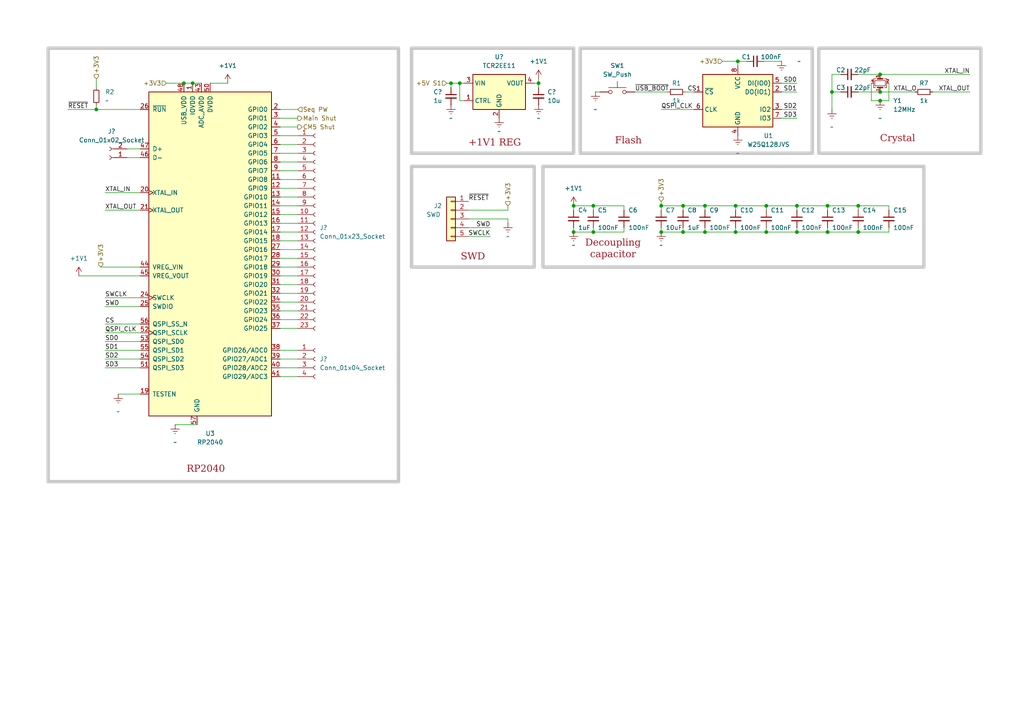
<source format=kicad_sch>
(kicad_sch (version 20250114) (generator "eeschema") (generator_version "9.0")
  (paper "A4")
  (title_block (title "RP2040 - Design Guide") (date "2021-12-07") (rev "0.1") (company "Sleepdealer"))
  (lib_symbols
    (symbol "Connector:Conn_01x02_Socket" (pin_names (offset 1.016) (hide yes))
      (property "Reference" "J" (at 0 2.54 0))
      (property "Value" "Conn_01x02_Socket" (at 0 -5.08 0))
      (symbol "Conn_01x02_Socket_1_1"
        (polyline (pts (xy -1.27 0) (xy -0.508 0)) (stroke (width 0.1524)))
        (polyline (pts (xy -1.27 -2.54) (xy -0.508 -2.54)) (stroke (width 0.1524)))
        (arc (start 0 -0.508) (mid -0.5058 0) (end 0 0.508) (stroke (width 0.1524)))
        (arc (start 0 -3.048) (mid -0.5058 -2.54) (end 0 -2.032) (stroke (width 0.1524)))
        (pin passive line (at -5.08 0 0) (length 3.81) (name "Pin_1") (number "1"))
        (pin passive line (at -5.08 -2.54 0) (length 3.81) (name "Pin_2") (number "2"))
      )
    )
    (symbol "Connector:Conn_01x04_Socket" (pin_names (offset 1.016) (hide yes))
      (property "Reference" "J" (at 0 5.08 0))
      (property "Value" "Conn_01x04_Socket" (at 0 -7.62 0))
      (symbol "Conn_01x04_Socket_1_1"
        (polyline (pts (xy -1.27 2.54) (xy -0.508 2.54)) (stroke (width 0.1524)))
        (polyline (pts (xy -1.27 0) (xy -0.508 0)) (stroke (width 0.1524)))
        (polyline (pts (xy -1.27 -2.54) (xy -0.508 -2.54)) (stroke (width 0.1524)))
        (polyline (pts (xy -1.27 -5.08) (xy -0.508 -5.08)) (stroke (width 0.1524)))
        (arc (start 0 2.032) (mid -0.5058 2.54) (end 0 3.048) (stroke (width 0.1524)))
        (arc (start 0 -0.508) (mid -0.5058 0) (end 0 0.508) (stroke (width 0.1524)))
        (arc (start 0 -3.048) (mid -0.5058 -2.54) (end 0 -2.032) (stroke (width 0.1524)))
        (arc (start 0 -5.588) (mid -0.5058 -5.08) (end 0 -4.572) (stroke (width 0.1524)))
        (pin passive line (at -5.08 2.54 0) (length 3.81) (name "Pin_1") (number "1"))
        (pin passive line (at -5.08 0 0) (length 3.81) (name "Pin_2") (number "2"))
        (pin passive line (at -5.08 -2.54 0) (length 3.81) (name "Pin_3") (number "3"))
        (pin passive line (at -5.08 -5.08 0) (length 3.81) (name "Pin_4") (number "4"))
      )
    )
    (symbol "Connector:Conn_01x23_Socket" (pin_names (offset 1.016) (hide yes))
      (property "Reference" "J" (at 0 30.48 0))
      (property "Value" "Conn_01x23_Socket" (at 0 -30.48 0))
      (symbol "Conn_01x23_Socket_1_1"
        (polyline (pts (xy -1.27 27.94) (xy -0.508 27.94)) (stroke (width 0.1524)))
        (polyline (pts (xy -1.27 25.4) (xy -0.508 25.4)) (stroke (width 0.1524)))
        (polyline (pts (xy -1.27 22.86) (xy -0.508 22.86)) (stroke (width 0.1524)))
        (polyline (pts (xy -1.27 20.32) (xy -0.508 20.32)) (stroke (width 0.1524)))
        (polyline (pts (xy -1.27 17.78) (xy -0.508 17.78)) (stroke (width 0.1524)))
        (polyline (pts (xy -1.27 15.24) (xy -0.508 15.24)) (stroke (width 0.1524)))
        (polyline (pts (xy -1.27 12.7) (xy -0.508 12.7)) (stroke (width 0.1524)))
        (polyline (pts (xy -1.27 10.16) (xy -0.508 10.16)) (stroke (width 0.1524)))
        (polyline (pts (xy -1.27 7.62) (xy -0.508 7.62)) (stroke (width 0.1524)))
        (polyline (pts (xy -1.27 5.08) (xy -0.508 5.08)) (stroke (width 0.1524)))
        (polyline (pts (xy -1.27 2.54) (xy -0.508 2.54)) (stroke (width 0.1524)))
        (polyline (pts (xy -1.27 0) (xy -0.508 0)) (stroke (width 0.1524)))
        (polyline (pts (xy -1.27 -2.54) (xy -0.508 -2.54)) (stroke (width 0.1524)))
        (polyline (pts (xy -1.27 -5.08) (xy -0.508 -5.08)) (stroke (width 0.1524)))
        (polyline (pts (xy -1.27 -7.62) (xy -0.508 -7.62)) (stroke (width 0.1524)))
        (polyline (pts (xy -1.27 -10.16) (xy -0.508 -10.16)) (stroke (width 0.1524)))
        (polyline (pts (xy -1.27 -12.7) (xy -0.508 -12.7)) (stroke (width 0.1524)))
        (polyline (pts (xy -1.27 -15.24) (xy -0.508 -15.24)) (stroke (width 0.1524)))
        (polyline (pts (xy -1.27 -17.78) (xy -0.508 -17.78)) (stroke (width 0.1524)))
        (polyline (pts (xy -1.27 -20.32) (xy -0.508 -20.32)) (stroke (width 0.1524)))
        (polyline (pts (xy -1.27 -22.86) (xy -0.508 -22.86)) (stroke (width 0.1524)))
        (polyline (pts (xy -1.27 -25.4) (xy -0.508 -25.4)) (stroke (width 0.1524)))
        (polyline (pts (xy -1.27 -27.94) (xy -0.508 -27.94)) (stroke (width 0.1524)))
        (arc (start 0 27.432) (mid -0.5058 27.94) (end 0 28.448) (stroke (width 0.1524)))
        (arc (start 0 24.892) (mid -0.5058 25.4) (end 0 25.908) (stroke (width 0.1524)))
        (arc (start 0 22.352) (mid -0.5058 22.86) (end 0 23.368) (stroke (width 0.1524)))
        (arc (start 0 19.812) (mid -0.5058 20.32) (end 0 20.828) (stroke (width 0.1524)))
        (arc (start 0 17.272) (mid -0.5058 17.78) (end 0 18.288) (stroke (width 0.1524)))
        (arc (start 0 14.732) (mid -0.5058 15.24) (end 0 15.748) (stroke (width 0.1524)))
        (arc (start 0 12.192) (mid -0.5058 12.7) (end 0 13.208) (stroke (width 0.1524)))
        (arc (start 0 9.652) (mid -0.5058 10.16) (end 0 10.668) (stroke (width 0.1524)))
        (arc (start 0 7.112) (mid -0.5058 7.62) (end 0 8.128) (stroke (width 0.1524)))
        (arc (start 0 4.572) (mid -0.5058 5.08) (end 0 5.588) (stroke (width 0.1524)))
        (arc (start 0 2.032) (mid -0.5058 2.54) (end 0 3.048) (stroke (width 0.1524)))
        (arc (start 0 -0.508) (mid -0.5058 0) (end 0 0.508) (stroke (width 0.1524)))
        (arc (start 0 -3.048) (mid -0.5058 -2.54) (end 0 -2.032) (stroke (width 0.1524)))
        (arc (start 0 -5.588) (mid -0.5058 -5.08) (end 0 -4.572) (stroke (width 0.1524)))
        (arc (start 0 -8.128) (mid -0.5058 -7.62) (end 0 -7.112) (stroke (width 0.1524)))
        (arc (start 0 -10.668) (mid -0.5058 -10.16) (end 0 -9.652) (stroke (width 0.1524)))
        (arc (start 0 -13.208) (mid -0.5058 -12.7) (end 0 -12.192) (stroke (width 0.1524)))
        (arc (start 0 -15.748) (mid -0.5058 -15.24) (end 0 -14.732) (stroke (width 0.1524)))
        (arc (start 0 -18.288) (mid -0.5058 -17.78) (end 0 -17.272) (stroke (width 0.1524)))
        (arc (start 0 -20.828) (mid -0.5058 -20.32) (end 0 -19.812) (stroke (width 0.1524)))
        (arc (start 0 -23.368) (mid -0.5058 -22.86) (end 0 -22.352) (stroke (width 0.1524)))
        (arc (start 0 -25.908) (mid -0.5058 -25.4) (end 0 -24.892) (stroke (width 0.1524)))
        (arc (start 0 -28.448) (mid -0.5058 -27.94) (end 0 -27.432) (stroke (width 0.1524)))
        (pin passive line (at -5.08 27.94 0) (length 3.81) (name "Pin_1") (number "1"))
        (pin passive line (at -5.08 25.4 0) (length 3.81) (name "Pin_2") (number "2"))
        (pin passive line (at -5.08 22.86 0) (length 3.81) (name "Pin_3") (number "3"))
        (pin passive line (at -5.08 20.32 0) (length 3.81) (name "Pin_4") (number "4"))
        (pin passive line (at -5.08 17.78 0) (length 3.81) (name "Pin_5") (number "5"))
        (pin passive line (at -5.08 15.24 0) (length 3.81) (name "Pin_6") (number "6"))
        (pin passive line (at -5.08 12.7 0) (length 3.81) (name "Pin_7") (number "7"))
        (pin passive line (at -5.08 10.16 0) (length 3.81) (name "Pin_8") (number "8"))
        (pin passive line (at -5.08 7.62 0) (length 3.81) (name "Pin_9") (number "9"))
        (pin passive line (at -5.08 5.08 0) (length 3.81) (name "Pin_10") (number "10"))
        (pin passive line (at -5.08 2.54 0) (length 3.81) (name "Pin_11") (number "11"))
        (pin passive line (at -5.08 0 0) (length 3.81) (name "Pin_12") (number "12"))
        (pin passive line (at -5.08 -2.54 0) (length 3.81) (name "Pin_13") (number "13"))
        (pin passive line (at -5.08 -5.08 0) (length 3.81) (name "Pin_14") (number "14"))
        (pin passive line (at -5.08 -7.62 0) (length 3.81) (name "Pin_15") (number "15"))
        (pin passive line (at -5.08 -10.16 0) (length 3.81) (name "Pin_16") (number "16"))
        (pin passive line (at -5.08 -12.7 0) (length 3.81) (name "Pin_17") (number "17"))
        (pin passive line (at -5.08 -15.24 0) (length 3.81) (name "Pin_18") (number "18"))
        (pin passive line (at -5.08 -17.78 0) (length 3.81) (name "Pin_19") (number "19"))
        (pin passive line (at -5.08 -20.32 0) (length 3.81) (name "Pin_20") (number "20"))
        (pin passive line (at -5.08 -22.86 0) (length 3.81) (name "Pin_21") (number "21"))
        (pin passive line (at -5.08 -25.4 0) (length 3.81) (name "Pin_22") (number "22"))
        (pin passive line (at -5.08 -27.94 0) (length 3.81) (name "Pin_23") (number "23"))
      )
    )
    (symbol "Connector_Generic:Conn_01x05" (pin_names (offset 1.016) (hide yes))
      (property "Reference" "J" (at 0 7.62 0))
      (property "Value" "Conn_01x05" (at 0 -7.62 0))
      (symbol "Conn_01x05_1_1"
        (rectangle (start -1.27 6.35) (end 1.27 -6.35) (stroke (width 0.254)) (fill (type background)))
        (rectangle (start -1.27 5.207) (end 0 4.953) (stroke (width 0.1524)))
        (rectangle (start -1.27 2.667) (end 0 2.413) (stroke (width 0.1524)))
        (rectangle (start -1.27 0.127) (end 0 -0.127) (stroke (width 0.1524)))
        (rectangle (start -1.27 -2.413) (end 0 -2.667) (stroke (width 0.1524)))
        (rectangle (start -1.27 -4.953) (end 0 -5.207) (stroke (width 0.1524)))
        (pin passive line (at -5.08 5.08 0) (length 3.81) (name "Pin_1") (number "1"))
        (pin passive line (at -5.08 2.54 0) (length 3.81) (name "Pin_2") (number "2"))
        (pin passive line (at -5.08 0 0) (length 3.81) (name "Pin_3") (number "3"))
        (pin passive line (at -5.08 -2.54 0) (length 3.81) (name "Pin_4") (number "4"))
        (pin passive line (at -5.08 -5.08 0) (length 3.81) (name "Pin_5") (number "5"))
      )
    )
    (symbol "Device:C_Small" (pin_numbers (hide yes)) (pin_names (offset 0.254) (hide yes))
      (property "Reference" "C" (at 0.254 1.778 0))
      (property "Value" "C_Small" (at 0.254 -2.032 0))
      (symbol "C_Small_0_1"
        (polyline (pts (xy -1.524 0.508) (xy 1.524 0.508)) (stroke (width 0.3048)))
        (polyline (pts (xy -1.524 -0.508) (xy 1.524 -0.508)) (stroke (width 0.3302)))
      )
      (symbol "C_Small_1_1"
        (pin passive line (at 0 2.54 270) (length 2.032) (name "~") (number "1"))
        (pin passive line (at 0 -2.54 90) (length 2.032) (name "~") (number "2"))
      )
    )
    (symbol "Device:Crystal_GND24_Small" (pin_names (offset 1.016) (hide yes))
      (property "Reference" "Y" (at 1.27 4.445 0))
      (property "Value" "Crystal_GND24_Small" (at 1.27 2.54 0))
      (symbol "Crystal_GND24_Small_0_1"
        (polyline (pts (xy -1.27 1.27) (xy -1.27 1.905) (xy 1.27 1.905) (xy 1.27 1.27)))
        (polyline (pts (xy -1.27 -0.762) (xy -1.27 0.762)) (stroke (width 0.381)))
        (polyline (pts (xy -1.27 -1.27) (xy -1.27 -1.905) (xy 1.27 -1.905) (xy 1.27 -1.27)))
        (rectangle (start -0.762 -1.524) (end 0.762 1.524))
        (polyline (pts (xy 1.27 -0.762) (xy 1.27 0.762)) (stroke (width 0.381)))
      )
      (symbol "Crystal_GND24_Small_1_1"
        (pin passive line (at -2.54 0 0) (length 1.27) (name "1") (number "1"))
        (pin passive line (at 0 2.54 270) (length 0.635) (name "4") (number "4"))
        (pin passive line (at 0 -2.54 90) (length 0.635) (name "2") (number "2"))
        (pin passive line (at 2.54 0 180) (length 1.27) (name "3") (number "3"))
      )
    )
    (symbol "Device:R_Small" (pin_numbers (hide yes)) (pin_names (offset 0.254) (hide yes))
      (property "Reference" "R" (at 0.762 0.508 0))
      (property "Value" "R_Small" (at 0.762 -1.016 0))
      (symbol "R_Small_0_1"
        (rectangle (start -0.762 1.778) (end 0.762 -1.778) (stroke (width 0.2032)))
      )
      (symbol "R_Small_1_1"
        (pin passive line (at 0 2.54 270) (length 0.762) (name "~") (number "1"))
        (pin passive line (at 0 -2.54 90) (length 0.762) (name "~") (number "2"))
      )
    )
    (symbol "Memory_Flash:W25Q128JVS"
      (property "Reference" "U" (at -8.89 8.89 0))
      (property "Value" "W25Q128JVS" (at 7.62 8.89 0))
      (symbol "W25Q128JVS_0_1"
        (rectangle (start -10.16 7.62) (end 10.16 -7.62) (stroke (width 0.254)) (fill (type background)))
      )
      (symbol "W25Q128JVS_1_1"
        (pin input line (at -12.7 2.54 0) (length 2.54) (name "~{CS}") (number "1"))
        (pin input line (at -12.7 -2.54 0) (length 2.54) (name "CLK") (number "6"))
        (pin power_in line (at 0 10.16 270) (length 2.54) (name "VCC") (number "8"))
        (pin power_in line (at 0 -10.16 90) (length 2.54) (name "GND") (number "4"))
        (pin bidirectional line (at 12.7 5.08 180) (length 2.54) (name "DI(IO0)") (number "5"))
        (pin bidirectional line (at 12.7 2.54 180) (length 2.54) (name "DO(IO1)") (number "2"))
        (pin bidirectional line (at 12.7 -2.54 180) (length 2.54) (name "IO2") (number "3"))
        (pin bidirectional line (at 12.7 -5.08 180) (length 2.54) (name "IO3") (number "7"))
      )
    )
    (symbol "Regulator_Linear:TCR2EE11"
      (property "Reference" "U6" (at 0 9.3218 0))
      (property "Value" "TCR2EE11" (at 0 7.0104 0))
      (symbol "TCR2EE11_0_1"
        (rectangle (start -7.62 -5.08) (end 7.62 5.08) (stroke (width 0.254)) (fill (type background)))
      )
      (symbol "TCR2EE11_1_1"
        (pin power_in line (at -10.16 2.54 0) (length 2.54) (name "VIN") (number "3"))
        (pin input line (at -10.16 -2.54 0) (length 2.54) (name "CTRL") (number "1"))
        (pin power_in line (at 0 -7.62 90) (length 2.54) (name "GND") (number "2"))
        (pin no_connect line (at 7.62 -2.54 180) (length 2.54) (hide yes) (name "NC") (number "5"))
        (pin power_out line (at 10.16 2.54 180) (length 2.54) (name "VOUT") (number "4"))
      )
    )
    (symbol "Sleep-lib:RP2040" (pin_names (offset 1.016))
      (property "Reference" "U" (at 8.89 51.435 0))
      (property "Value" "RP2040" (at 8.89 48.895 0))
      (symbol "RP2040_0_0"
        (rectangle (start -17.78 -45.72) (end 17.78 48.26) (stroke (width 0.254)) (fill (type background)))
      )
      (symbol "RP2040_1_1"
        (pin input line (at -20.32 43.18 0) (length 2.54) (name "~{RUN}") (number "26"))
        (pin bidirectional line (at -20.32 31.75 0) (length 2.54) (name "D+") (number "47"))
        (pin bidirectional line (at -20.32 29.21 0) (length 2.54) (name "D-") (number "46"))
        (pin input clock (at -20.32 19.05 0) (length 2.54) (name "XTAL_IN") (number "20"))
        (pin input clock (at -20.32 13.97 0) (length 2.54) (name "XTAL_OUT") (number "21"))
        (pin power_in line (at -20.32 -2.54 0) (length 2.54) (name "VREG_VIN") (number "44"))
        (pin power_out line (at -20.32 -5.08 0) (length 2.54) (name "VREG_VOUT") (number "45"))
        (pin input clock (at -20.32 -11.43 0) (length 2.54) (name "SWCLK") (number "24"))
        (pin bidirectional line (at -20.32 -13.97 0) (length 2.54) (name "SWDIO") (number "25"))
        (pin bidirectional line (at -20.32 -19.05 0) (length 2.54) (name "QSPI_SS_N") (number "56"))
        (pin input clock (at -20.32 -21.59 0) (length 2.54) (name "QSPI_SCLK") (number "52"))
        (pin bidirectional line (at -20.32 -24.13 0) (length 2.54) (name "QSPI_SD0") (number "53"))
        (pin bidirectional line (at -20.32 -26.67 0) (length 2.54) (name "QSPI_SD1") (number "55"))
        (pin bidirectional line (at -20.32 -29.21 0) (length 2.54) (name "QSPI_SD2") (number "54"))
        (pin bidirectional line (at -20.32 -31.75 0) (length 2.54) (name "QSPI_SD3") (number "51"))
        (pin input line (at -20.32 -39.37 0) (length 2.54) (name "TESTEN") (number "19"))
        (pin power_in line (at -7.62 50.8 270) (length 2.54) (name "USB_VDD") (number "48"))
        (pin power_in line (at -5.08 50.8 270) (length 2.54) (name "IOVDD") (number "1"))
        (pin power_in line (at -5.08 50.8 270) (length 2.54) (hide yes) (name "IOVDD") (number "10"))
        (pin power_in line (at -5.08 50.8 270) (length 2.54) (hide yes) (name "IOVDD") (number "22"))
        (pin power_in line (at -5.08 50.8 270) (length 2.54) (hide yes) (name "IOVDD") (number "33"))
        (pin power_in line (at -5.08 50.8 270) (length 2.54) (hide yes) (name "IOVDD") (number "42"))
        (pin power_in line (at -5.08 50.8 270) (length 2.54) (hide yes) (name "IOVDD") (number "49"))
        (pin power_in line (at -3.81 -48.26 90) (length 2.54) (name "GND") (number "57"))
        (pin power_in line (at -2.54 50.8 270) (length 2.54) (name "ADC_AVDD") (number "43"))
        (pin power_in line (at 0 50.8 270) (length 2.54) (hide yes) (name "DVDD") (number "23"))
        (pin power_in line (at 0 50.8 270) (length 2.54) (name "DVDD") (number "50"))
        (pin input line (at 20.32 43.18 180) (length 2.54) (name "GPIO0") (number "2"))
        (pin input line (at 20.32 40.64 180) (length 2.54) (name "GPIO1") (number "3"))
        (pin input line (at 20.32 38.1 180) (length 2.54) (name "GPIO2") (number "4"))
        (pin input line (at 20.32 35.56 180) (length 2.54) (name "GPIO3") (number "5"))
        (pin input line (at 20.32 33.02 180) (length 2.54) (name "GPIO4") (number "6"))
        (pin input line (at 20.32 30.48 180) (length 2.54) (name "GPIO5") (number "7"))
        (pin input line (at 20.32 27.94 180) (length 2.54) (name "GPIO6") (number "8"))
        (pin input line (at 20.32 25.4 180) (length 2.54) (name "GPIO7") (number "9"))
        (pin input line (at 20.32 22.86 180) (length 2.54) (name "GPIO8") (number "11"))
        (pin input line (at 20.32 20.32 180) (length 2.54) (name "GPIO9") (number "12"))
        (pin input line (at 20.32 17.78 180) (length 2.54) (name "GPIO10") (number "13"))
        (pin input line (at 20.32 15.24 180) (length 2.54) (name "GPIO11") (number "14"))
        (pin input line (at 20.32 12.7 180) (length 2.54) (name "GPIO12") (number "15"))
        (pin input line (at 20.32 10.16 180) (length 2.54) (name "GPIO13") (number "16"))
        (pin input line (at 20.32 7.62 180) (length 2.54) (name "GPIO14") (number "17"))
        (pin input line (at 20.32 5.08 180) (length 2.54) (name "GPIO15") (number "18"))
        (pin input line (at 20.32 2.54 180) (length 2.54) (name "GPIO16") (number "27"))
        (pin input line (at 20.32 0 180) (length 2.54) (name "GPIO17") (number "28"))
        (pin input line (at 20.32 -2.54 180) (length 2.54) (name "GPIO18") (number "29"))
        (pin input line (at 20.32 -5.08 180) (length 2.54) (name "GPIO19") (number "30"))
        (pin input line (at 20.32 -7.62 180) (length 2.54) (name "GPIO20") (number "31"))
        (pin input line (at 20.32 -10.16 180) (length 2.54) (name "GPIO21") (number "32"))
        (pin input line (at 20.32 -12.7 180) (length 2.54) (name "GPIO22") (number "34"))
        (pin input line (at 20.32 -15.24 180) (length 2.54) (name "GPIO23") (number "35"))
        (pin input line (at 20.32 -17.78 180) (length 2.54) (name "GPIO24") (number "36"))
        (pin input line (at 20.32 -20.32 180) (length 2.54) (name "GPIO25") (number "37"))
        (pin input line (at 20.32 -26.67 180) (length 2.54) (name "GPIO26/ADC0") (number "38"))
        (pin input line (at 20.32 -29.21 180) (length 2.54) (name "GPIO27/ADC1") (number "39"))
        (pin input line (at 20.32 -31.75 180) (length 2.54) (name "GPIO28/ADC2") (number "40"))
        (pin input line (at 20.32 -34.29 180) (length 2.54) (name "GPIO29/ADC3") (number "41"))
      )
    )
    (symbol "Switch:SW_Push" (pin_numbers (hide yes)) (pin_names (offset 1.016) (hide yes))
      (property "Reference" "SW" (at 1.27 2.54 0))
      (property "Value" "SW_Push" (at 0 -1.524 0))
      (symbol "SW_Push_0_1"
        (circle (center -2.032 0) (radius 0.508))
        (polyline (pts (xy 0 1.27) (xy 0 3.048)))
        (circle (center 2.032 0) (radius 0.508))
        (polyline (pts (xy 2.54 1.27) (xy -2.54 1.27)))
        (pin passive line (at -5.08 0 0) (length 2.54) (name "1") (number "1"))
        (pin passive line (at 5.08 0 180) (length 2.54) (name "2") (number "2"))
      )
    )
    (symbol "power:+1V1" (power) (pin_names (offset 0))
      (property "Value" "+1V1" (at 0 3.556 0))
      (symbol "+1V1_0_1"
        (polyline (pts (xy -0.762 1.27) (xy 0 2.54)))
        (polyline (pts (xy 0 2.54) (xy 0.762 1.27)))
        (polyline (pts (xy 0 0) (xy 0 2.54)))
      )
      (symbol "+1V1_1_1"
        (pin power_in line (at 0 0 90) (length 0) (hide yes) (name "+1V1") (number "1"))
      )
    )
    (symbol "power:Earth" (power) (pin_numbers (hide yes)) (pin_names (offset 0) (hide yes))
      (property "Value" "Earth" (at 0 -3.81 0))
      (symbol "Earth_0_1"
        (polyline (pts (xy -0.635 -1.905) (xy 0.635 -1.905)))
        (polyline (pts (xy -0.127 -2.54) (xy 0.127 -2.54)))
        (polyline (pts (xy 0 -1.27) (xy 0 0)))
        (polyline (pts (xy 1.27 -1.27) (xy -1.27 -1.27)))
      )
      (symbol "Earth_1_1"
        (pin power_in line (at 0 0 270) (length 0) (name "~") (number "1"))
      )
    )
  )
  (rectangle (start 119.38 13.97) (end 166.37 44.45) (stroke (width 1) (color 200 200 200 1)))
  (rectangle (start 157.48 48.26) (end 267.97 77.47) (stroke (width 1) (color 200 200 200 1)))
  (rectangle (start 119.38 48.26) (end 154.94 77.47) (stroke (width 1) (color 200 200 200 1)))
  (rectangle (start 237.49 13.97) (end 284.48 44.45) (stroke (width 1) (color 200 200 200 1)))
  (rectangle (start 13.97 13.97) (end 115.57 139.7) (stroke (width 1) (color 200 200 200 1)))
  (rectangle (start 168.275 13.97) (end 235.585 44.45) (stroke (width 1) (color 200 200 200 1)))
  (text_box "Decoupling capacitor" (at 162.56 67.31 0) (size 30.48 9.525) (margins 1.9049 1.9049 1.9049 1.9049) (stroke (width -0.0001)) (effects (font (size 2 2) (thickness 0.3175)) (justify bottom)))
  (text_box "RP2040" (at 45.72 129.54 0) (size 27.94 9.525) (margins 1.9049 1.9049 1.9049 1.9049) (stroke (width -0.0001)) (effects (font (size 2 2) (thickness 0.3175)) (justify bottom)))
  (text_box "Flash\n" (at 168.275 34.29 0) (size 27.94 9.525) (margins 1.9049 1.9049 1.9049 1.9049) (stroke (width -0.0001)) (effects (font (size 2 2) (thickness 0.3175)) (justify bottom)))
  (text_box "Crystal\n" (at 246.38 33.655 0) (size 27.94 9.525) (margins 1.9049 1.9049 1.9049 1.9049) (stroke (width -0.0001)) (effects (font (size 2 2) (thickness 0.3175)) (justify bottom)))
  (text_box "SWD" (at 123.19 67.945 0) (size 27.94 9.525) (margins 1.9049 1.9049 1.9049 1.9049) (stroke (width -0.0001)) (effects (font (size 2 2) (thickness 0.3175)) (justify bottom)))
  (text_box "+1V1 REG\n" (at 129.54 34.925 0) (size 27.94 9.525) (margins 1.9049 1.9049 1.9049 1.9049) (stroke (width -0.0001)) (effects (font (size 2 2) (thickness 0.3175)) (justify bottom)))
  (junction (at 255.27 29.21))
  (junction (at 255.27 26.67))
  (junction (at 55.88 24.13))
  (junction (at 204.47 67.31))
  (junction (at 222.25 67.31))
  (junction (at 222.25 59.69))
  (junction (at 231.14 67.31))
  (junction (at 27.94 31.75))
  (junction (at 240.03 59.69))
  (junction (at 231.14 59.69))
  (junction (at 240.03 67.31))
  (junction (at 213.995 17.78))
  (junction (at 191.77 59.69))
  (junction (at 198.12 59.69))
  (junction (at 130.81 24.13))
  (junction (at 204.47 59.69))
  (junction (at 172.085 59.69))
  (junction (at 166.37 59.69))
  (junction (at 241.3 26.67))
  (junction (at 133.35 24.13))
  (junction (at 198.12 67.31))
  (junction (at 156.21 24.13))
  (junction (at 213.36 59.69))
  (junction (at 53.34 24.13))
  (junction (at 213.36 67.31))
  (junction (at 248.92 67.31))
  (junction (at 172.085 67.31))
  (junction (at 248.92 59.69))
  (junction (at 166.37 67.31))
  (junction (at 255.27 21.59))
  (junction (at 191.77 67.31))
  (wire (pts (xy 86.36 82.55) (xy 81.28 82.55)))
  (wire (pts (xy 213.36 59.69) (xy 222.25 59.69)))
  (wire (pts (xy 222.25 59.69) (xy 222.25 60.96)))
  (wire (pts (xy 81.28 80.01) (xy 86.36 80.01)))
  (wire (pts (xy 156.21 22.86) (xy 156.21 24.13)))
  (wire (pts (xy 248.92 26.67) (xy 255.27 26.67)))
  (wire (pts (xy 255.27 26.67) (xy 265.43 26.67)))
  (wire (pts (xy 270.51 26.67) (xy 281.305 26.67)))
  (wire (pts (xy 198.12 66.04) (xy 198.12 67.31)))
  (wire (pts (xy 198.12 67.31) (xy 204.47 67.31)))
  (wire (pts (xy 240.03 59.69) (xy 248.92 59.69)))
  (wire (pts (xy 248.92 59.69) (xy 248.92 60.96)))
  (wire (pts (xy 231.14 59.69) (xy 240.03 59.69)))
  (wire (pts (xy 222.25 59.69) (xy 231.14 59.69)))
  (wire (pts (xy 81.28 49.53) (xy 86.36 49.53)))
  (wire (pts (xy 241.3 26.67) (xy 241.3 31.75)))
  (wire (pts (xy 86.36 106.68) (xy 81.28 106.68)))
  (wire (pts (xy 86.36 87.63) (xy 81.28 87.63)))
  (wire (pts (xy 133.35 29.21) (xy 134.62 29.21)))
  (wire (pts (xy 156.21 24.13) (xy 154.94 24.13)))
  (wire (pts (xy 36.83 43.18) (xy 40.64 43.18)))
  (wire (pts (xy 209.55 17.78) (xy 213.995 17.78)))
  (wire (pts (xy 231.14 24.13) (xy 226.695 24.13)))
  (wire (pts (xy 30.48 96.52) (xy 40.64 96.52)))
  (wire (pts (xy 172.085 67.31) (xy 180.975 67.31)))
  (wire (pts (xy 231.14 31.75) (xy 226.695 31.75)))
  (wire (pts (xy 252.73 24.13) (xy 252.73 29.21)))
  (wire (pts (xy 252.73 29.21) (xy 255.27 29.21)))
  (wire (pts (xy 147.32 63.5) (xy 135.89 63.5)))
  (wire (pts (xy 60.96 24.13) (xy 66.04 24.13)))
  (wire (pts (xy 86.36 109.22) (xy 81.28 109.22)))
  (wire (pts (xy 172.085 66.04) (xy 172.085 67.31)))
  (wire (pts (xy 191.77 59.69) (xy 191.77 58.42)))
  (wire (pts (xy 135.89 60.96) (xy 147.32 60.96)))
  (wire (pts (xy 231.14 26.67) (xy 226.695 26.67)))
  (wire (pts (xy 53.34 24.13) (xy 55.88 24.13)))
  (wire (pts (xy 48.26 24.13) (xy 53.34 24.13)))
  (wire (pts (xy 55.88 24.13) (xy 58.42 24.13)))
  (wire (pts (xy 191.77 59.69) (xy 198.12 59.69)))
  (wire (pts (xy 257.81 29.21) (xy 255.27 29.21)))
  (wire (pts (xy 257.81 24.13) (xy 257.81 29.21)))
  (wire (pts (xy 30.48 106.68) (xy 40.64 106.68)))
  (wire (pts (xy 81.28 64.77) (xy 86.36 64.77)))
  (wire (pts (xy 241.3 26.67) (xy 243.84 26.67)))
  (wire (pts (xy 243.84 21.59) (xy 241.3 21.59)))
  (wire (pts (xy 241.3 21.59) (xy 241.3 26.67)))
  (wire (pts (xy 81.28 36.83) (xy 86.36 36.83)))
  (wire (pts (xy 30.48 93.98) (xy 40.64 93.98)))
  (wire (pts (xy 198.12 59.69) (xy 198.12 60.96)))
  (wire (pts (xy 50.8 123.19) (xy 57.15 123.19)))
  (wire (pts (xy 191.77 31.75) (xy 201.295 31.75)))
  (wire (pts (xy 29.21 77.47) (xy 40.64 77.47)))
  (wire (pts (xy 81.28 41.91) (xy 86.36 41.91)))
  (wire (pts (xy 81.28 72.39) (xy 86.36 72.39)))
  (wire (pts (xy 34.29 114.3) (xy 40.64 114.3)))
  (wire (pts (xy 142.24 66.04) (xy 135.89 66.04)))
  (wire (pts (xy 213.36 67.31) (xy 222.25 67.31)))
  (wire (pts (xy 222.25 67.31) (xy 222.25 66.04)))
  (wire (pts (xy 221.615 17.78) (xy 226.695 17.78)))
  (wire (pts (xy 30.48 88.9) (xy 40.64 88.9)))
  (wire (pts (xy 147.32 63.5) (xy 147.32 64.77)))
  (wire (pts (xy 134.62 24.13) (xy 133.35 24.13)))
  (wire (pts (xy 30.48 60.96) (xy 40.64 60.96)))
  (wire (pts (xy 231.14 59.69) (xy 231.14 60.96)))
  (wire (pts (xy 86.36 90.17) (xy 81.28 90.17)))
  (wire (pts (xy 81.28 77.47) (xy 86.36 77.47)))
  (wire (pts (xy 130.81 24.13) (xy 133.35 24.13)))
  (wire (pts (xy 147.32 59.69) (xy 147.32 60.96)))
  (wire (pts (xy 172.72 26.67) (xy 173.99 26.67)))
  (wire (pts (xy 231.14 66.04) (xy 231.14 67.31)))
  (wire (pts (xy 204.47 66.04) (xy 204.47 67.31)))
  (wire (pts (xy 30.48 86.36) (xy 40.64 86.36)))
  (wire (pts (xy 81.28 62.23) (xy 86.36 62.23)))
  (wire (pts (xy 180.975 67.31) (xy 180.975 66.04)))
  (wire (pts (xy 248.92 59.69) (xy 257.81 59.69)))
  (wire (pts (xy 257.81 59.69) (xy 257.81 60.96)))
  (wire (pts (xy 166.37 67.31) (xy 172.085 67.31)))
  (wire (pts (xy 30.48 101.6) (xy 40.64 101.6)))
  (wire (pts (xy 81.28 31.75) (xy 86.36 31.75)))
  (wire (pts (xy 86.36 101.6) (xy 81.28 101.6)))
  (wire (pts (xy 81.28 39.37) (xy 86.36 39.37)))
  (wire (pts (xy 204.47 59.69) (xy 204.47 60.96)))
  (wire (pts (xy 156.21 25.4) (xy 156.21 24.13)))
  (wire (pts (xy 213.36 67.31) (xy 213.36 66.04)))
  (wire (pts (xy 133.35 24.13) (xy 133.35 29.21)))
  (wire (pts (xy 240.03 59.69) (xy 240.03 60.96)))
  (wire (pts (xy 213.36 59.69) (xy 213.36 60.96)))
  (wire (pts (xy 231.14 34.29) (xy 226.695 34.29)))
  (wire (pts (xy 204.47 59.69) (xy 213.36 59.69)))
  (wire (pts (xy 213.995 17.78) (xy 213.995 19.05)))
  (wire (pts (xy 240.03 67.31) (xy 248.92 67.31)))
  (wire (pts (xy 231.14 67.31) (xy 240.03 67.31)))
  (wire (pts (xy 248.92 67.31) (xy 248.92 66.04)))
  (wire (pts (xy 222.25 67.31) (xy 231.14 67.31)))
  (wire (pts (xy 81.28 46.99) (xy 86.36 46.99)))
  (wire (pts (xy 27.94 30.48) (xy 27.94 31.75)))
  (wire (pts (xy 180.975 59.69) (xy 180.975 60.96)))
  (wire (pts (xy 240.03 66.04) (xy 240.03 67.31)))
  (wire (pts (xy 166.37 66.04) (xy 166.37 67.31)))
  (wire (pts (xy 172.085 59.69) (xy 172.085 60.96)))
  (wire (pts (xy 40.64 80.01) (xy 22.86 80.01)))
  (wire (pts (xy 191.77 66.04) (xy 191.77 67.31)))
  (wire (pts (xy 191.77 67.31) (xy 198.12 67.31)))
  (wire (pts (xy 86.36 104.14) (xy 81.28 104.14)))
  (wire (pts (xy 198.12 59.69) (xy 204.47 59.69)))
  (wire (pts (xy 81.28 74.93) (xy 86.36 74.93)))
  (wire (pts (xy 81.28 67.31) (xy 86.36 67.31)))
  (wire (pts (xy 81.28 44.45) (xy 86.36 44.45)))
  (wire (pts (xy 257.81 67.31) (xy 257.81 66.04)))
  (wire (pts (xy 248.92 67.31) (xy 257.81 67.31)))
  (wire (pts (xy 204.47 67.31) (xy 213.36 67.31)))
  (wire (pts (xy 30.48 99.06) (xy 40.64 99.06)))
  (wire (pts (xy 81.28 69.85) (xy 86.36 69.85)))
  (wire (pts (xy 19.685 31.75) (xy 27.94 31.75)))
  (wire (pts (xy 27.94 31.75) (xy 40.64 31.75)))
  (wire (pts (xy 184.15 26.67) (xy 193.675 26.67)))
  (wire (pts (xy 198.755 26.67) (xy 201.295 26.67)))
  (wire (pts (xy 142.24 68.58) (xy 135.89 68.58)))
  (wire (pts (xy 213.995 17.78) (xy 216.535 17.78)))
  (wire (pts (xy 86.36 85.09) (xy 81.28 85.09)))
  (wire (pts (xy 30.48 104.14) (xy 40.64 104.14)))
  (wire (pts (xy 130.81 25.4) (xy 130.81 24.13)))
  (wire (pts (xy 248.92 21.59) (xy 255.27 21.59)))
  (wire (pts (xy 81.28 57.15) (xy 86.36 57.15)))
  (wire (pts (xy 129.54 24.13) (xy 130.81 24.13)))
  (wire (pts (xy 172.085 59.69) (xy 166.37 59.69)))
  (wire (pts (xy 172.085 59.69) (xy 180.975 59.69)))
  (wire (pts (xy 166.37 59.69) (xy 166.37 60.96)))
  (wire (pts (xy 81.28 34.29) (xy 86.36 34.29)))
  (wire (pts (xy 86.36 95.25) (xy 81.28 95.25)))
  (wire (pts (xy 191.77 60.96) (xy 191.77 59.69)))
  (wire (pts (xy 81.28 59.69) (xy 86.36 59.69)))
  (wire (pts (xy 30.48 55.88) (xy 40.64 55.88)))
  (wire (pts (xy 81.28 54.61) (xy 86.36 54.61)))
  (wire (pts (xy 86.36 92.71) (xy 81.28 92.71)))
  (wire (pts (xy 36.83 45.72) (xy 40.64 45.72)))
  (wire (pts (xy 255.27 21.59) (xy 281.305 21.59)))
  (wire (pts (xy 81.28 52.07) (xy 86.36 52.07)))
  (wire (pts (xy 27.94 22.86) (xy 27.94 25.4)))
  (label "XTAL_IN" (at 30.48 55.88 0))
  (label "SD2" (at 30.48 104.14 0))
  (label "~{RESET}" (at 135.89 58.42 0))
  (label "QSPI_CLK" (at 30.48 96.52 0))
  (label "~{RESET}" (at 19.685 31.75 0))
  (label "SWCLK" (at 30.48 86.36 0))
  (label "SD0" (at 30.48 99.06 0))
  (label "SD3" (at 231.14 34.29 180))
  (label "XTAL_IN" (at 281.305 21.59 180))
  (label "SD1" (at 231.14 26.67 180))
  (label "SWCLK" (at 142.24 68.58 180))
  (label "SD2" (at 231.14 31.75 180))
  (label "SWD" (at 142.24 66.04 180))
  (label "XTAL_O" (at 259.08 26.67 0))
  (label "XTAL_OUT" (at 30.48 60.96 0))
  (label "SD1" (at 30.48 101.6 0))
  (label "SD3" (at 30.48 106.68 0))
  (label "~{USB_BOOT}" (at 184.15 26.67 0))
  (label "SD0" (at 231.14 24.13 180))
  (label "XTAL_OUT" (at 281.305 26.67 180))
  (label "SWD" (at 30.48 88.9 0))
  (label "CS" (at 30.48 93.98 0))
  (label "QSPI_CLK" (at 191.77 31.75 0))
  (label "CS" (at 199.39 26.67 0))
  (hierarchical_label "Main Shut" (shape output) (at 86.36 34.29 0))
  (hierarchical_label "+3V3" (shape input) (at 191.77 58.42 90))
  (hierarchical_label "Seq PW" (shape input) (at 86.36 31.75 0))
  (hierarchical_label "+3V3" (shape input) (at 27.94 22.86 90))
  (hierarchical_label "+3V3" (shape input) (at 209.55 17.78 180))
  (hierarchical_label "CM5 Shut" (shape output) (at 86.36 36.83 0))
  (hierarchical_label "+3V3" (shape input) (at 48.26 24.13 180))
  (hierarchical_label "+5V S1" (shape input) (at 129.54 24.13 180))
  (hierarchical_label "+3V3" (shape input) (at 147.32 59.69 90))
  (hierarchical_label "+3V3" (shape input) (at 29.21 77.47 90))
  (symbol (lib_id "Device:C_Small") (at 156.21 27.94 0) (unit 1)
    (property "Reference" "C?" (at 158.75 26.6762 0) (effects (justify left)))
    (property "Value" "10u" (at 158.75 29.2162 0) (effects (justify left)))
    (property "Description" "Unpolarized capacitor, small symbol" (effects (hide yes)))
  )
  (symbol (lib_id "Device:C_Small") (at 231.14 63.5 0) (unit 1)
    (property "Reference" "C12" (at 232.41 60.9599 0) (effects (justify left)))
    (property "Value" "100nF" (at 232.41 66.0399 0) (effects (justify left)))
    (property "Footprint" "Capacitor_SMD:C_0402_1005Metric" (effects (hide yes)))
    (property "LCSC" "C1525" (effects (hide yes)))
  )
  (symbol (lib_id "Sleep-lib:RP2040") (at 60.96 74.93 0) (unit 1)
    (property "Reference" "U3" (at 60.96 125.73 0))
    (property "Value" "RP2040" (at 60.96 128.27 0))
    (property "Footprint" "Sleep-Lib:RP2040-QFN-56" (effects (hide yes)))
    (property "Datasheet" "https://datasheets.raspberrypi.com/rp2040/rp2040-datasheet.pdf" (effects (hide yes)))
    (property "LCSC" "C2040" (effects (hide yes)))
  )
  (symbol (lib_id "power:Earth") (at 147.32 64.77 0) (mirror y) (unit 1)
    (property "Reference" "#PWR0168" (effects (hide yes)))
    (property "Value" "~" (at 147.32 68.58 0))
    (property "Description" "Power symbol creates a global label with name \"Earth\"" (effects (hide yes)))
  )
  (symbol (lib_id "Device:C_Small") (at 191.77 63.5 0) (unit 1)
    (property "Reference" "C7" (at 193.04 60.9599 0) (effects (justify left)))
    (property "Value" "10uF" (at 193.04 66.0399 0) (effects (justify left)))
    (property "Footprint" "Capacitor_SMD:C_0402_1005Metric" (effects (hide yes)))
    (property "LCSC" "C15525" (effects (hide yes)))
  )
  (symbol (lib_id "power:Earth") (at 255.27 29.21 0) (unit 1)
    (property "Reference" "#PWR013" (effects (hide yes)))
    (property "Value" "~" (at 255.27 34.29 0))
    (property "Description" "Power symbol creates a global label with name \"Earth\"" (effects (hide yes)))
  )
  (symbol (lib_id "power:Earth") (at 156.21 30.48 0) (mirror y) (unit 1)
    (property "Reference" "#PWR0167" (effects (hide yes)))
    (property "Value" "~" (at 156.21 34.29 0))
    (property "Description" "Power symbol creates a global label with name \"Earth\"" (effects (hide yes)))
  )
  (symbol (lib_id "Device:C_Small") (at 257.81 63.5 0) (unit 1)
    (property "Reference" "C15" (at 259.08 60.9599 0) (effects (justify left)))
    (property "Value" "100nF" (at 259.08 66.0399 0) (effects (justify left)))
    (property "Footprint" "Capacitor_SMD:C_0402_1005Metric" (effects (hide yes)))
    (property "LCSC" "C1525" (effects (hide yes)))
  )
  (symbol (lib_id "power:Earth") (at 50.8 123.19 0) (unit 1)
    (property "Reference" "#PWR032" (effects (hide yes)))
    (property "Value" "~" (at 50.8 128.27 0))
    (property "Description" "Power symbol creates a global label with name \"Earth\"" (effects (hide yes)))
  )
  (symbol (lib_id "power:Earth") (at 213.995 39.37 0) (unit 1)
    (property "Reference" "#PWR011" (effects (hide yes)))
    (property "Value" "~" (at 213.995 44.45 0))
    (property "Description" "Power symbol creates a global label with name \"Earth\"" (effects (hide yes)))
  )
  (symbol (lib_id "Switch:SW_Push") (at 179.07 26.67 0) (unit 1) (in_bom no)
    (property "Reference" "SW1" (at 179.07 19.05 0))
    (property "Value" "SW_Push" (at 179.07 21.59 0))
    (property "Footprint" "Connector_PinSocket_2.54mm:PinSocket_1x02_P2.54mm_Vertical" (effects (hide yes)))
  )
  (symbol (lib_id "Device:C_Small") (at 166.37 63.5 0) (unit 1)
    (property "Reference" "C4" (at 167.64 60.9599 0) (effects (justify left)))
    (property "Value" "1uF" (at 167.64 66.0399 0) (effects (justify left)))
    (property "Footprint" "Capacitor_SMD:C_0402_1005Metric" (effects (hide yes)))
    (property "LCSC" "C52923" (effects (hide yes)))
  )
  (symbol (lib_id "Device:C_Small") (at 219.075 17.78 90) (unit 1)
    (property "Reference" "C1" (at 217.8049 16.51 90) (effects (justify left)))
    (property "Value" "100nF" (at 226.6949 16.51 90) (effects (justify left)))
    (property "Footprint" "Capacitor_SMD:C_0402_1005Metric" (effects (hide yes)))
    (property "LCSC" "C1525" (effects (hide yes)))
  )
  (symbol (lib_id "Device:R_Small") (at 27.94 27.94 0) (unit 1)
    (property "Reference" "R2" (at 30.48 26.6699 0) (effects (justify left)))
    (property "Value" "~" (at 30.48 29.2099 0) (effects (justify left)))
    (property "LCSC" "C11702" (effects (hide yes)))
  )
  (symbol (lib_id "Device:C_Small") (at 246.38 26.67 90) (unit 1)
    (property "Reference" "C3" (at 243.84 25.4 90))
    (property "Value" "22pF" (at 250.19 25.4 90))
    (property "Footprint" "Capacitor_SMD:C_0402_1005Metric" (effects (hide yes)))
    (property "LCSC" "C1555" (effects (hide yes)))
  )
  (symbol (lib_id "Connector_Generic:Conn_01x05") (at 130.81 63.5 0) (mirror y) (unit 1) (in_bom no)
    (property "Reference" "J2" (at 127 59.69 0))
    (property "Value" "SWD" (at 125.73 62.23 0))
    (property "Footprint" "Connector_PinSocket_2.54mm:PinSocket_1x05_P2.54mm_Vertical" (effects (hide yes)))
  )
  (symbol (lib_id "power:Earth") (at 241.3 31.75 0) (unit 1)
    (property "Reference" "#PWR016" (effects (hide yes)))
    (property "Value" "~" (at 241.3 36.83 0))
    (property "Description" "Power symbol creates a global label with name \"Earth\"" (effects (hide yes)))
  )
  (symbol (lib_id "Device:C_Small") (at 248.92 63.5 0) (unit 1)
    (property "Reference" "C14" (at 250.19 60.9599 0) (effects (justify left)))
    (property "Value" "100nF" (at 250.19 66.0399 0) (effects (justify left)))
    (property "Footprint" "Capacitor_SMD:C_0402_1005Metric" (effects (hide yes)))
    (property "LCSC" "C1525" (effects (hide yes)))
  )
  (symbol (lib_id "power:+1V1") (at 22.86 80.01 0) (unit 1)
    (property "Reference" "#PWR018" (effects (hide yes)))
    (property "Value" "+1V1" (at 22.86 74.93 0))
  )
  (symbol (lib_id "Device:C_Small") (at 198.12 63.5 0) (unit 1)
    (property "Reference" "C8" (at 199.39 60.9599 0) (effects (justify left)))
    (property "Value" "1uF" (at 199.39 66.0399 0) (effects (justify left)))
    (property "Footprint" "Capacitor_SMD:C_0402_1005Metric" (effects (hide yes)))
    (property "LCSC" "C52923" (effects (hide yes)))
  )
  (symbol (lib_id "Connector:Conn_01x02_Socket") (at 31.75 45.72 180) (unit 1)
    (property "Reference" "J?" (at 32.385 38.1 0))
    (property "Value" "Conn_01x02_Socket" (at 32.385 40.64 0))
    (property "Description" "Generic connector, single row, 01x02, script generated" (effects (hide yes)))
  )
  (symbol (lib_id "power:Earth") (at 226.695 17.78 0) (unit 1)
    (property "Reference" "#PWR02" (effects (hide yes)))
    (property "Value" "~" (at 231.775 17.78 0))
    (property "Description" "Power symbol creates a global label with name \"Earth\"" (effects (hide yes)))
  )
  (symbol (lib_id "Device:C_Small") (at 246.38 21.59 90) (unit 1)
    (property "Reference" "C2" (at 243.84 20.32 90))
    (property "Value" "22pF" (at 250.19 20.32 90))
    (property "Footprint" "Capacitor_SMD:C_0402_1005Metric" (effects (hide yes)))
    (property "LCSC" "C1555" (effects (hide yes)))
  )
  (symbol (lib_id "Device:C_Small") (at 222.25 63.5 0) (unit 1)
    (property "Reference" "C11" (at 223.52 60.9599 0) (effects (justify left)))
    (property "Value" "100nF" (at 223.52 66.0399 0) (effects (justify left)))
    (property "Footprint" "Capacitor_SMD:C_0402_1005Metric" (effects (hide yes)))
    (property "LCSC" "C1525" (effects (hide yes)))
  )
  (symbol (lib_id "power:+1V1") (at 156.21 22.86 0) (unit 1)
    (property "Reference" "#PWR0161" (effects (hide yes)))
    (property "Value" "+1V1" (at 156.21 17.78 0))
  )
  (symbol (lib_id "power:Earth") (at 130.81 30.48 0) (mirror y) (unit 1)
    (property "Reference" "#PWR0166" (effects (hide yes)))
    (property "Value" "~" (at 130.81 34.29 0))
    (property "Description" "Power symbol creates a global label with name \"Earth\"" (effects (hide yes)))
  )
  (symbol (lib_id "power:Earth") (at 144.78 34.29 0) (mirror y) (unit 1)
    (property "Reference" "#PWR0160" (effects (hide yes)))
    (property "Value" "~" (at 144.78 38.1 0))
    (property "Description" "Power symbol creates a global label with name \"Earth\"" (effects (hide yes)))
  )
  (symbol (lib_id "Device:C_Small") (at 213.36 63.5 0) (unit 1)
    (property "Reference" "C10" (at 214.63 60.9599 0) (effects (justify left)))
    (property "Value" "100nF" (at 214.63 66.0399 0) (effects (justify left)))
    (property "Footprint" "Capacitor_SMD:C_0402_1005Metric" (effects (hide yes)))
    (property "LCSC" "C1525" (effects (hide yes)))
  )
  (symbol (lib_id "Device:Crystal_GND24_Small") (at 255.27 24.13 90) (unit 1)
    (property "Reference" "Y1" (at 259.08 29.21 90) (effects (justify right)))
    (property "Value" "12MHz" (at 259.08 31.75 90) (effects (justify right)))
    (property "Footprint" "Crystal:Crystal_SMD_3225-4Pin_3.2x2.5mm" (effects (hide yes)))
    (property "LCSC" "C9002" (effects (hide yes)))
  )
  (symbol (lib_id "Device:C_Small") (at 240.03 63.5 0) (unit 1)
    (property "Reference" "C13" (at 241.3 60.9599 0) (effects (justify left)))
    (property "Value" "100nF" (at 241.3 66.0399 0) (effects (justify left)))
    (property "Footprint" "Capacitor_SMD:C_0402_1005Metric" (effects (hide yes)))
    (property "LCSC" "C1525" (effects (hide yes)))
  )
  (symbol (lib_id "Memory_Flash:W25Q128JVS") (at 213.995 29.21 0) (unit 1)
    (property "Reference" "U1" (at 222.885 39.37 0))
    (property "Value" "W25Q128JVS" (at 222.885 41.91 0))
    (property "Footprint" "Package_SO:SOIC-8_5.23x5.23mm_P1.27mm" (effects (hide yes)))
    (property "Datasheet" "http://www.winbond.com/resource-files/w25q128jv_dtr%20revc%2003272018%20plus.pdf" (effects (hide yes)))
    (property "LCSC" "C131025" (effects (hide yes)))
  )
  (symbol (lib_id "Device:R_Small") (at 196.215 26.67 90) (unit 1)
    (property "Reference" "R1" (at 196.215 24.13 90))
    (property "Value" "1k" (at 196.215 29.21 90))
    (property "Footprint" "Resistor_SMD:R_0402_1005Metric" (effects (hide yes)))
    (property "LCSC" "C11702" (effects (hide yes)))
  )
  (symbol (lib_id "Connector:Conn_01x04_Socket") (at 91.44 104.14 0) (unit 1)
    (property "Reference" "J?" (at 92.71 104.1399 0) (effects (justify left)))
    (property "Value" "Conn_01x04_Socket" (at 92.71 106.6799 0) (effects (justify left)))
    (property "Description" "Generic connector, single row, 01x04, script generated" (effects (hide yes)))
  )
  (symbol (lib_id "power:Earth") (at 166.37 67.31 0) (mirror y) (unit 1)
    (property "Reference" "#PWR0169" (effects (hide yes)))
    (property "Value" "~" (at 166.37 71.12 0))
    (property "Description" "Power symbol creates a global label with name \"Earth\"" (effects (hide yes)))
  )
  (symbol (lib_id "power:Earth") (at 172.72 26.67 0) (unit 1)
    (property "Reference" "#PWR07" (effects (hide yes)))
    (property "Value" "~" (at 172.72 31.75 0))
    (property "Description" "Power symbol creates a global label with name \"Earth\"" (effects (hide yes)))
  )
  (symbol (lib_id "Device:C_Small") (at 172.085 63.5 0) (unit 1)
    (property "Reference" "C5" (at 173.355 60.9599 0) (effects (justify left)))
    (property "Value" "100nF" (at 173.355 66.0399 0) (effects (justify left)))
    (property "Footprint" "Capacitor_SMD:C_0402_1005Metric" (effects (hide yes)))
    (property "LCSC" "C1525" (effects (hide yes)))
  )
  (symbol (lib_id "Connector:Conn_01x23_Socket") (at 91.44 67.31 0) (unit 1)
    (property "Reference" "J?" (at 92.71 66.0399 0) (effects (justify left)))
    (property "Value" "Conn_01x23_Socket" (at 92.71 68.5799 0) (effects (justify left)))
    (property "Description" "Generic connector, single row, 01x23, script generated" (effects (hide yes)))
  )
  (symbol (lib_id "Device:C_Small") (at 130.81 27.94 0) (mirror y) (unit 1)
    (property "Reference" "C?" (at 128.27 26.6762 0) (effects (justify left)))
    (property "Value" "1u" (at 128.27 29.2162 0) (effects (justify left)))
    (property "Description" "Unpolarized capacitor, small symbol" (effects (hide yes)))
  )
  (symbol (lib_id "power:Earth") (at 191.77 67.31 0) (mirror y) (unit 1)
    (property "Reference" "#PWR0170" (effects (hide yes)))
    (property "Value" "~" (at 191.77 71.12 0))
    (property "Description" "Power symbol creates a global label with name \"Earth\"" (effects (hide yes)))
  )
  (symbol (lib_id "Device:C_Small") (at 204.47 63.5 0) (unit 1)
    (property "Reference" "C9" (at 205.74 60.9599 0) (effects (justify left)))
    (property "Value" "100nF" (at 205.74 66.0399 0) (effects (justify left)))
    (property "Footprint" "Capacitor_SMD:C_0402_1005Metric" (effects (hide yes)))
    (property "LCSC" "C1525" (effects (hide yes)))
  )
  (symbol (lib_id "power:Earth") (at 34.29 114.3 0) (unit 1)
    (property "Reference" "#PWR031" (effects (hide yes)))
    (property "Value" "~" (at 34.29 119.38 0))
    (property "Description" "Power symbol creates a global label with name \"Earth\"" (effects (hide yes)))
  )
  (symbol (lib_id "Device:C_Small") (at 180.975 63.5 0) (unit 1)
    (property "Reference" "C6" (at 182.245 60.9599 0) (effects (justify left)))
    (property "Value" "100nF" (at 182.245 66.0399 0) (effects (justify left)))
    (property "Footprint" "Capacitor_SMD:C_0402_1005Metric" (effects (hide yes)))
    (property "LCSC" "C1525" (effects (hide yes)))
  )
  (symbol (lib_id "Device:R_Small") (at 267.97 26.67 90) (unit 1)
    (property "Reference" "R7" (at 267.97 24.13 90))
    (property "Value" "1k" (at 267.97 29.21 90))
    (property "Footprint" "Resistor_SMD:R_0402_1005Metric" (effects (hide yes)))
    (property "LCSC" "C11702" (effects (hide yes)))
  )
  (symbol (lib_id "power:+1V1") (at 66.04 24.13 0) (unit 1)
    (property "Reference" "#PWR06" (effects (hide yes)))
    (property "Value" "+1V1" (at 66.04 19.05 0))
  )
  (symbol (lib_id "power:+1V1") (at 166.37 59.69 0) (unit 1)
    (property "Reference" "#PWR019" (effects (hide yes)))
    (property "Value" "+1V1" (at 166.37 54.61 0))
  )
  (symbol (lib_id "Regulator_Linear:TCR2EE11") (at 144.78 26.67 0) (unit 1)
    (property "Reference" "U?" (at 144.78 16.51 0))
    (property "Value" "TCR2EE11" (at 144.78 19.05 0))
    (property "Footprint" "Package_TO_SOT_SMD:SOT-553" (effects (hide yes)))
    (property "Datasheet" "https://toshiba.semicon-storage.com/info/docget.jsp?did=13794&prodName=TCR2EF45" (effects (hide yes)))
    (property "Description" "200mA Low-dropout Voltage Regulator, Vout 1.1V, Vin up to 5.5V, SOT-553" (effects (hide yes)))
  )
)
</source>
